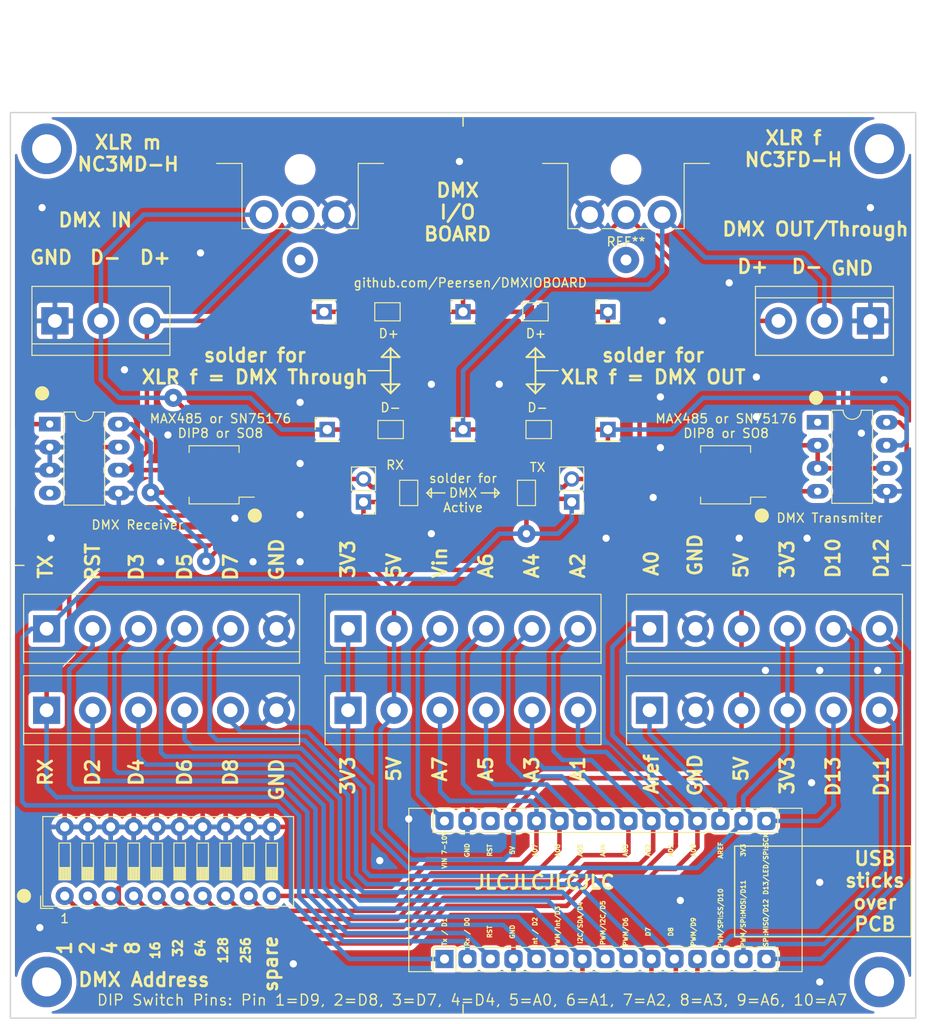
<source format=kicad_pcb>
(kicad_pcb (version 20211014) (generator pcbnew)
  (layers (0 "F.Cu" signal "Top.Cu") (31 "B.Cu" signal "Bot.Cu") (34 "B.Paste" user) (35 "F.Paste" user) (36 "B.SilkS" user "B.Silkscreen") (37 "F.SilkS" user "F.Silkscreen") (38 "B.Mask" user) (39 "F.Mask" user) (44 "Edge.Cuts" user))
  (net 0 "")
  (net 1 "D0Rx")
  (net 3 "GND")
  (net 5 "5V")
  (net 6 "Vin")
  (net 7 "3V3")
  (net 8 "D1Tx")
  (net 12 "Net-(J1-Pad2)")
  (net 13 "Net-(J1-Pad3)")
  (net 14 "DmxIn B{slash}D-{slash}2")
  (net 15 "DmxIn A{slash}D+{slash}3")
  (net 16 "DmxOUT A{slash}D+{slash}3")
  (net 17 "DmxOUT B{slash}D-{slash}2")
  (net 18 "Net-(J14-Pad2)")
  (net 19 "Net-(J18-Pad2)")
  (net 20 "A7")
  (net 21 "A6")
  (net 22 "A3")
  (net 23 "A2")
  (net 24 "A1")
  (net 25 "A0")
  (net 26 "D9")
  (net 27 "D8")
  (net 28 "D7")
  (net 29 "D4")
  (net 30 "D6")
  (net 31 "D5")
  (net 32 "D3")
  (net 33 "D2")
  (net 34 "RST")
  (net 35 "D13")
  (net 36 "D12")
  (net 37 "D11")
  (net 38 "D10")
  (net 39 "A5")
  (net 40 "A4")
  (net 41 "AREF")
  (footprint "MountingHole:MountingHole_3.2mm_M3_DIN965_Pad" (layer "F.Cu") (at 116 116)
    (fp_text reference "H1" hide)
    (fp_text value "MountingHole")
  )
  (footprint "MountingHole:MountingHole_3.2mm_M3_DIN965_Pad" (layer "F.Cu") (at 24 24)
    (fp_text reference "H2" hide)
    (fp_text value "MountingHole")
  )
  (footprint "MountingHole:MountingHole_3.2mm_M3_DIN965_Pad" (layer "F.Cu") (at 116 24)
    (fp_text reference "H3" hide)
    (fp_text value "MountingHole")
  )
  (footprint "MountingHole:MountingHole_3.2mm_M3_DIN965_Pad" (layer "F.Cu") (at 24 116)
    (fp_text reference "H4" hide)
    (fp_text value "MountingHole")
  )
  (footprint "TerminalBlock:TerminalBlock_bornier-3_P5.08mm" (layer "F.Cu") (at 24.92 43)
    (fp_text reference "J2" hide)
    (fp_text value "DMX_IN")
  )
  (footprint "Package_SO:SO-8_5.3x6.2mm_P1.27mm" (layer "F.Cu") (at 42.5 60 180)
    (fp_text reference "U1" hide)
    (fp_text value "MAX485E")
  )
  (footprint "footprints:Jack_XLR_Neutrik_NC3MD-H_Horizontal" (layer "F.Cu") (at 52 31.2775 180)
    (fp_text reference "J4" hide)
    (fp_text value "XLR_M" hide)
  )
  (footprint "Peer:Arduino_Nano_Peer_Big_Pads" (layer "F.Cu") (at 67.95 113.4625 90)
    (fp_text reference "A1" hide)
    (fp_text value "Arduino_Nano_v3.x")
  )
  (footprint "Connector_PinHeader_2.54mm:PinHeader_1x01_P2.54mm_Vertical" (layer "F.Cu") (at 54.65 42 180)
    (fp_text reference "J5" hide)
    (fp_text value "Conn_01x01_Male")
  )
  (footprint "Connector_PinHeader_2.54mm:PinHeader_1x01_P2.54mm_Vertical" (layer "F.Cu") (at 70 42)
    (fp_text reference "J6" hide)
    (fp_text value "Conn_01x01_Male")
  )
  (footprint "Button_Switch_THT:SW_DIP_SPSTx10_Slide_9.78x27.58mm_W7.62mm_P2.54mm" (layer "F.Cu") (at 26 106.5 90)
    (fp_text reference "SW1" hide)
    (fp_text value "SW_DIP_x10")
  )
  (footprint "Connector_PinHeader_2.54mm:PinHeader_1x01_P2.54mm_Vertical" (layer "F.Cu") (at 70 55)
    (fp_text reference "J9" hide)
    (fp_text value "Conn_01x01_Male")
  )
  (footprint "Package_DIP:DIP-8_W7.62mm_LongPads" (layer "F.Cu") (at 24.35 54.4)
    (fp_text reference "U2" hide)
    (fp_text value "MAX485E")
  )
  (footprint "Connector_PinHeader_2.54mm:PinHeader_1x01_P2.54mm_Vertical" (layer "F.Cu") (at 86 55)
    (fp_text reference "J10" hide)
    (fp_text value "Conn_01x01_Male")
  )
  (footprint "Connector_PinHeader_2.54mm:PinHeader_1x01_P2.54mm_Vertical" (layer "F.Cu") (at 86 42)
    (fp_text reference "J7" hide)
    (fp_text value "Conn_01x01_Male")
  )
  (footprint "Connector_PinHeader_2.54mm:PinHeader_1x01_P2.54mm_Vertical" (layer "F.Cu") (at 55 55)
    (fp_text reference "J8" hide)
    (fp_text value "Conn_01x01_Male")
  )
  (footprint "TerminalBlock:TerminalBlock_bornier-6_P5.08mm" (layer "F.Cu") (at 90.6 86)
    (fp_text reference "J17" hide)
    (fp_text value "Conn_01x06_Male")
  )
  (footprint "Jumper:SolderJumper-2_P1.3mm_Open_Pad1.0x1.5mm" (layer "F.Cu") (at 78.35 55)
    (fp_text reference "JP4" hide)
    (fp_text value "Jmp_OUT_D-/2")
  )
  (footprint "Package_SO:SO-8_5.3x6.2mm_P1.27mm" (layer "F.Cu") (at 99 60 180)
    (fp_text reference "U3" hide)
    (fp_text value "MAX485E")
  )
  (footprint "Jumper:SolderJumper-2_P1.3mm_Open_Pad1.0x1.5mm" (layer "F.Cu") (at 78 42)
    (fp_text reference "JP2" hide)
    (fp_text value "Jmp_OUT_D+/3")
  )
  (footprint "Package_DIP:DIP-8_W7.62mm_LongPads" (layer "F.Cu") (at 109.175 54.2)
    (fp_text reference "U4" hide)
    (fp_text value "MAX485E")
  )
  (footprint "footprints:Jack_XLR_Neutrik_NC3FD-H_Horizontal" (layer "F.Cu") (at 88 31.2775 180)
    (fp_text reference "J3" hide)
    (fp_text value "XLR_F")
  )
  (footprint "TerminalBlock:TerminalBlock_bornier-6_P5.08mm" (layer "F.Cu") (at 57.3 86)
    (fp_text reference "J16" hide)
    (fp_text value "Conn_01x06_Male")
  )
  (footprint "Jumper:SolderJumper-2_P1.3mm_Open_Pad1.0x1.5mm" (layer "F.Cu") (at 77 62 90)
    (fp_text reference "JP6" hide)
    (fp_text value "Jumper Tx")
  )
  (footprint "TerminalBlock:TerminalBlock_bornier-6_P5.08mm" (layer "F.Cu") (at 90.6 77)
    (fp_text reference "J13" hide)
    (fp_text value "Conn_01x06_Male")
  )
  (footprint "Jumper:SolderJumper-2_P1.3mm_Open_Pad1.0x1.5mm" (layer "F.Cu") (at 64 62 90)
    (fp_text reference "JP5" hide)
    (fp_text value "Jumper Tx")
  )
  (footprint "TerminalBlock:TerminalBlock_bornier-3_P5.08mm" (layer "F.Cu") (at 115 43 180)
    (fp_text reference "J1" hide)
    (fp_text value "DMX_OUT/THROUGH")
  )
  (footprint "TerminalBlock:TerminalBlock_bornier-6_P5.08mm" (layer "F.Cu") (at 57.3 77)
    (fp_text reference "J12" hide)
    (fp_text value "Conn_01x06_Male")
  )
  (footprint "Connector_PinHeader_2.54mm:PinHeader_1x02_P2.54mm_Vertical" (layer "F.Cu") (at 59 63 180)
    (fp_text reference "J14" hide)
    (fp_text value "Jumper Tx")
  )
  (footprint "Jumper:SolderJumper-2_P1.3mm_Open_Pad1.0x1.5mm" (layer "F.Cu") (at 61.65 42)
    (fp_text reference "JP1" hide)
    (fp_text value "Jmp_Through_D+/3")
  )
  (footprint "TerminalBlock:TerminalBlock_bornier-6_P5.08mm" (layer "F.Cu") (at 24 77)
    (fp_text reference "J11" hide)
    (fp_text value "Conn_01x06_Male")
  )
  (footprint "Jumper:SolderJumper-2_P1.3mm_Open_Pad1.0x1.5mm" (layer "F.Cu") (at 62 55)
    (fp_text reference "JP3" hide)
    (fp_text value "Jmp_Through_D-/2")
  )
  (footprint "Connector_PinHeader_2.54mm:PinHeader_1x02_P2.54mm_Vertical" (layer "F.Cu") (at 82 63 180)
    (fp_text reference "J18" hide)
    (fp_text value "Jumper Tx")
  )
  (footprint "TerminalBlock:TerminalBlock_bornier-6_P5.08mm" (layer "F.Cu") (at 24 86)
    (fp_text reference "J15" hide)
    (fp_text value "Conn_01x06_Male")
  )
  (gr_line (start 21.5 70) (end 20.5 70) (layer "F.SilkS") (width 0.15))
  (gr_line (start 70 20.5) (end 70 21.5) (layer "F.SilkS") (width 0.15))
  (gr_line (start 66.5 61.5) (end 66.5 62.5) (layer "F.SilkS") (width 0.15))
  (gr_line (start 66 62) (end 66.5 61.5) (layer "F.SilkS") (width 0.15))
  (gr_line (start 78 46) (end 77 47) (layer "F.SilkS") (width 0.2))
  (gr_line (start 77 50) (end 78 51) (layer "F.SilkS") (width 0.2))
  (gr_rect (start 100 101) (end 119.5 111) (layer "F.SilkS") (width 0.15) (fill none))
  (gr_line (start 77 47) (end 79 47) (layer "F.SilkS") (width 0.2))
  (gr_circle (center 109 51.5) (end 109.707107 51.5) (layer "F.SilkS") (width 0.15) (fill solid))
  (gr_line (start 62 46) (end 61 47) (layer "F.SilkS") (width 0.2))
  (gr_circle (center 21.5 106.5) (end 22.207107 106.5) (layer "F.SilkS") (width 0.15) (fill solid))
  (gr_line (start 73.5 62.5) (end 74 62) (layer "F.SilkS") (width 0.15))
  (gr_line (start 63 47) (end 62 46) (layer "F.SilkS") (width 0.2))
  (gr_line (start 62 46) (end 62 51) (layer "F.SilkS") (width 0.2))
  (gr_line (start 78 51) (end 79 50) (layer "F.SilkS") (width 0.2))
  (gr_line (start 78 46) (end 78 51) (layer "F.SilkS") (width 0.2))
  (gr_line (start 118.5 70) (end 119.5 70) (layer "F.SilkS") (width 0.15))
  (gr_line (start 66.5 62.5) (end 66 62) (layer "F.SilkS") (width 0.15))
  (gr_line (start 79 47) (end 78 46) (layer "F.SilkS") (width 0.2))
  (gr_line (start 79 50) (end 77 50) (layer "F.SilkS") (width 0.2))
  (gr_circle (center 103 64.5) (end 103.707107 64.5) (layer "F.SilkS") (width 0.15) (fill solid))
  (gr_line (start 63 50) (end 61 50) (layer "F.SilkS") (width 0.2))
  (gr_circle (center 47 64.5) (end 47.707107 64.5) (layer "F.SilkS") (width 0.15) (fill solid))
  (gr_line (start 62 51) (end 63 50) (layer "F.SilkS") (width 0.2))
  (gr_line (start 73.5 61.5) (end 73.5 62.5) (layer "F.SilkS") (width 0.15))
  (gr_line (start 70 119.5) (end 70 118.5) (layer "F.SilkS") (width 0.15))
  (gr_line (start 68 62) (end 66 62) (layer "F.SilkS") (width 0.15))
  (gr_line (start 78 48.5) (end 80.5 48.5) (layer "F.SilkS") (width 0.15))
  (gr_line (start 62 48.5) (end 59.5 48.5) (layer "F.SilkS") (width 0.15))
  (gr_line (start 61 50) (end 62 51) (layer "F.SilkS") (width 0.2))
  (gr_line (start 74 62) (end 73.5 61.5) (layer "F.SilkS") (width 0.15))
  (gr_line (start 72 62) (end 74 62) (layer "F.SilkS") (width 0.15))
  (gr_circle (center 23.5 51) (end 24.207107 51) (layer "F.SilkS") (width 0.15) (fill solid))
  (gr_line (start 61 47) (end 63 47) (layer "F.SilkS") (width 0.2))
  (gr_rect (start 20 20) (end 120 120) (layer "Edge.Cuts") (width 0.15) (fill none))
  (gr_text "2" (at 28.5 112.25 90) (layer "F.SilkS") (effects (font (size 1.5 1.5) (thickness 0.3))))
  (gr_text "4" (at 31 112.25 90) (layer "F.SilkS") (effects (font (size 1.5 1.5) (thickness 0.3))))
  (gr_text "8" (at 33.5 112.25 90) (layer "F.SilkS") (effects (font (size 1.5 1.5) (thickness 0.3))))
  (gr_text "16" (at 36 112.5 90) (layer "F.SilkS") (effects (font (size 1 1) (thickness 0.25))))
  (gr_text "32" (at 38.5 112.25 90) (layer "F.SilkS") (effects (font (size 1 1) (thickness 0.25))))
  (gr_text "64" (at 41 112.25 90) (layer "F.SilkS") (effects (font (size 1 1) (thickness 0.25))))
  (gr_text "128" (at 43.5 112.5 90) (layer "F.SilkS") (effects (font (size 1 1) (thickness 0.25))))
  (gr_text "256" (at 46 112.5 90) (layer "F.SilkS") (effects (font (size 1 1) (thickness 0.25))))
  (gr_text "spare" (at 48.75 114 90) (layer "F.SilkS") (effects (font (size 1.5 1.5) (thickness 0.3))))
  (gr_text "D-" (at 30.5 36) (layer "F.SilkS") (effects (font (size 1.5 1.5) (thickness 0.3))))
  (gr_text "D+" (at 36 36) (layer "F.SilkS") (effects (font (size 1.5 1.5) (thickness 0.3))))
  (gr_text "GND\n" (at 112.992 37.194) (layer "F.SilkS") (effects (font (size 1.5 1.5) (thickness 0.3))))
  (gr_text "D+" (at 102 37) (layer "F.SilkS") (effects (font (size 1.5 1.5) (thickness 0.3))))
  (gr_text "D-" (at 108 37) (layer "F.SilkS") (effects (font (size 1.5 1.5) (thickness 0.3))))
  (gr_text "USB\nsticks\nover\nPCB" (at 115.5 106) (layer "F.SilkS") (effects (font (size 1.5 1.5) (thickness 0.3))))
  (gr_text "GND\n" (at 24.5 36) (layer "F.SilkS") (effects (font (size 1.5 1.5) (thickness 0.3))))
  (gr_text "DMX IN" (at 29.37 31.872) (layer "F.SilkS") (effects (font (size 1.5 1.5) (thickness 0.3))))
  (gr_text "DMX OUT/Through" (at 108.928 32.876) (layer "F.SilkS") (effects (font (size 1.5 1.5) (thickness 0.3))))
  (gr_text "DIP Switch Pins: Pin 1=D9, 2=D8, 3=D7, 4=D4, 5=A0, 6=A1, 7=A2, 8=A3, 9=A6, 10=A7" (at 71 118) (layer "F.SilkS") (effects (font (size 1.2 1.2))))
  (gr_text "GND" (at 49.406 91.186 90) (layer "F.SilkS") (effects (font (size 1.5 1.5) (thickness 0.3)) (justify right)))
  (gr_text "A1" (at 82.68 90.932 90) (layer "F.SilkS") (effects (font (size 1.5 1.5) (thickness 0.3)) (justify right)))
  (gr_text "D12" (at 116.208 71.584 90) (layer "F.SilkS") (effects (font (size 1.5 1.5) (thickness 0.3)) (justify left)))
  (gr_text "JLCJLCJLCJLC" (at 79 105) (layer "F.SilkS") (effects (font (size 1.5 1.5) (thickness 0.3))))
  (gr_text "RST" (at 29.086 71.838 90) (layer "F.SilkS") (effects (font (size 1.5 1.5) (thickness 0.3)) (justify left)))
  (gr_text "Vin" (at 67.44 71.584 90) (layer "F.SilkS") (effects (font (size 1.5 1.5) (thickness 0.3)) (justify left)))
  (gr_text "GND" (at 95.634 71.33 90) (layer "F.SilkS") (effects (font (size 1.5 1.5) (thickness 0.3)) (justify left)))
  (gr_text "RX" (at 23.876 91.186 90) (layer "F.SilkS") (effects (font (size 1.5 1.5) (thickness 0.3)) (justify right)))
  (gr_text "D13" (at 110.874 90.932 90) (layer "F.SilkS") (effects (font (size 1.5 1.5) (thickness 0.3)) (justify right)))
  (gr_text "D10" (at 110.874 71.584 90) (layer "F.SilkS") (effects (font (size 1.5 1.5) (thickness 0.3)) (justify left)))
  (gr_text "D11" (at 116.208 90.932 90) (layer "F.SilkS") (effects (font (size 1.5 1.5) (thickness 0.3)) (justify right)))
  (gr_text "D3" (at 33.912 71.838 90) (layer "F.SilkS") (effects (font (size 1.5 1.5) (thickness 0.3)) (justify left)))
  (gr_text "A7" (at 67.44 90.932 90) (layer "F.SilkS") (effects (font (size 1.5 1.5) (thickness 0.3)) (justify right)))
  (gr_text "DMX\nI/O\nBOARD" (at 69.4 31) (layer "F.SilkS") (effects (font (size 1.5 1.5) (thickness 0.3))))
  (gr_text "DMX Address" (at 34.75 115.75) (layer "F.SilkS") (effects (font (size 1.5 1.5) (thickness 0.3))))
  (gr_text "5V" (at 100.714 90.932 90) (layer "F.SilkS") (effects (font (size 1.5 1.5) (thickness 0.3)) (justify right)))
  (gr_text "5V" (at 62.36 90.932 90) (layer "F.SilkS") (effects (font (size 1.5 1.5) (thickness 0.3)) (justify right)))
  (gr_text "A3" (at 77.6 90.932 90) (layer "F.SilkS") (effects (font (size 1.5 1.5) (thickness 0.3)) (justify right)))
  (gr_text "MAX485 or SN75176\nDIP8 or SO8" (at 99.06 54.61) (layer "F.SilkS") (effects (font (size 1 1))))
  (gr_text "D4" (at 33.912 91.186 90) (layer "F.SilkS") (effects (font (size 1.5 1.5) (thickness 0.3)) (justify right)))
  (gr_text "D7" (at 44.326 71.838 90) (layer "F.SilkS") (effects (font (size 1.5 1.5) (thickness 0.3)) (justify left)))
  (gr_text "solder for\nDMX\nActive" (at 70 62) (layer "F.SilkS") (effects (font (size 1 1))))
  (gr_text "DMX Transmiter" (at 110.49 64.77) (layer "F.SilkS") (effects (font (size 1 1))))
  (gr_text "D-" (at 62 52.578) (layer "F.SilkS") (effects (font (size 1 1))))
  (gr_text "DMX Receiver" (at 34.036 65.532) (layer "F.SilkS") (effects (font (size 1 1))))
  (gr_text "A4" (at 77.6 71.584 90) (layer "F.SilkS") (effects (font (size 1.5 1.5) (thickness 0.3)) (justify left)))
  (gr_text "solder for\nXLR f = DMX Through" (at 47 48) (layer "F.SilkS") (effects (font (size 1.5 1.5) (thickness 0.3))))
  (gr_text "3V3" (at 57.28 90.932 90) (layer "F.SilkS") (effects (font (size 1.5 1.5) (thickness 0.3)) (justify right)))
  (gr_text "XLR m\nNC3MD-H" (at 33 24.5) (layer "F.SilkS") (effects (font (size 1.5 1.5) (thickness 0.3))))
  (gr_text "5V" (at 62.36 71.584 90) (layer "F.SilkS") (effects (font (size 1.5 1.5) (thickness 0.3)) (justify left)))
  (gr_text "GND" (at 49.406 71.838 90) (layer "F.SilkS") (effects (font (size 1.5 1.5) (thickness 0.3)) (justify left)))
  (gr_text "A2" (at 82.68 71.584 90) (layer "F.SilkS") (effects (font (size 1.5 1.5) (thickness 0.3)) (justify left)))
  (gr_text "A0" (at 90.808 71.33 90) (layer "F.SilkS") (effects (font (size 1.5 1.5) (thickness 0.3)) (justify left)))
  (gr_text "D2" (at 29.086 91.186 90) (layer "F.SilkS") (effects (font (size 1.5 1.5) (thickness 0.3)) (justify right)))
  (gr_text "D+" (at 61.8 44.4) (layer "F.SilkS") (effects (font (size 1 1))))
  (gr_text "3V3" (at 57.28 71.584 90) (layer "F.SilkS") (effects (font (size 1.5 1.5) (thickness 0.3)) (justify left)))
  (gr_text "3V3" (at 105.794 71.584 90) (layer "F.SilkS") (effects (font (size 1.5 1.5) (thickness 0.3)) (justify left)))
  (gr_text "3V3" (at 105.794 90.932 90) (layer "F.SilkS") (effects (font (size 1.5 1.5) (thickness 0.3)) (justify right)))
  (gr_text "D5" (at 39.246 71.838 90) (layer "F.SilkS") (effects (font (size 1.5 1.5) (thickness 0.3)) (justify left)))
  (gr_text "TX" (at 23.876 71.628 90) (layer "F.SilkS") (effects (font (size 1.5 1.5) (thickness 0.3)) (justify left)))
  (gr_text "A5" (at 72.52 90.932 90) (layer "F.SilkS") (effects (font (size 1.5 1.5) (thickness 0.3)) (justify right)))
  (gr_text "5V" (at 100.714 71.584 90) (layer "F.SilkS") (effects (font (size 1.5 1.5) (thickness 0.3)) (justify left)))
  (gr_text "github.com/Peersen/DMXIOBOARD" (at 70.8 38.8) (layer "F.SilkS") (effects (font (size 1 1))))
  (gr_text "solder for\nXLR f = DMX OUT" (at 91 48) (layer "F.SilkS") (effects (font (size 1.5 1.5) (thickness 0.3))))
  (gr_text "TX" (at 78.232 59.182) (layer "F.SilkS") (effects (font (size 1 1))))
  (gr_text "D-" (at 78.232 52.578) (layer "F.SilkS") (effects (font (size 1 1))))
  (gr_text "1" (at 26 109) (layer "F.SilkS") (effects (font (size 1 1))))
  (gr_text "MAX485 or SN75176\nDIP8 or SO8" (at 43.2 54.6) (layer "F.SilkS") (effects (font (size 1 1))))
  (gr_text "D8" (at 44.326 91.186 90) (layer "F.SilkS") (effects (font (size 1.5 1.5) (thickness 0.3)) (justify right)))
  (gr_text "RX" (at 62.484 58.928) (layer "F.SilkS") (effects (font (size 1 1))))
  (gr_text "D+" (at 78.056 44.4) (layer "F.SilkS") (effects (font (size 1 1))))
  (gr_text "GND" (at 95.634 90.678 90) (layer "F.SilkS") (effects (font (size 1.5 1.5) (thickness 0.3)) (justify right)))
  (gr_text "Aref" (at 90.808 90.678 90) (layer "F.SilkS") (effects (font (size 1.5 1.5) (thickness 0.3)) (justify right)))
  (gr_text "A6" (at 72.52 71.584 90) (layer "F.SilkS") (effects (font (size 1.5 1.5) (thickness 0.3)) (justify left)))
  (gr_text "D6" (at 39.246 91.186 90) (layer "F.SilkS") (effects (font (size 1.5 1.5) (thickness 0.3)) (justify right)))
  (gr_text "XLR f\nNC3FD-H" (at 106.5 24) (layer "F.SilkS") (effects (font (size 1.5 1.5) (thickness 0.3))))
  (gr_text "1" (at 26 112.25 90) (layer "F.SilkS") (effects (font (size 1.5 1.5) (thickness 0.3))))
  (segment (start 32.7 66.8) (end 58.65686 66.8) (width 0.5) (layer "F.Cu") (net 1))
  (segment (start 59 66.45686) (end 59 63) (width 0.5) (layer "F.Cu") (net 1))
  (segment (start 24 86) (end 24 82) (width 0.5) (layer "F.Cu") (net 1))
  (segment (start 59 63) (end 63.65 63) (width 0.5) (layer "F.Cu") (net 1))
  (segment (start 63.65 63) (end 64 62.65) (width 0.5) (layer "F.Cu") (net 1))
  (segment (start 24 82) (end 26.5 79.5) (width 0.5) (layer "F.Cu") (net 1))
  (segment (start 26.5 79.5) (end 26.5 73) (width 0.5) (layer "F.Cu") (net 1))
  (segment (start 58.65686 66.8) (end 59 66.45686) (width 0.5) (layer "F.Cu") (net 1))
  (segment (start 26.5 73) (end 32.7 66.8) (width 0.5) (layer "F.Cu") (net 1))
  (segment (start 70.49 112.01) (end 70 111.52) (width 0.5) (layer "B.Cu") (net 1))
  (segment (start 56.772114 111.5) (end 51.89952 106.627406) (width 0.5) (layer "B.Cu") (net 1))
  (segment (start 49.872593 95.60048) (end 25.09902 95.60048) (width 0.5) (layer "B.Cu") (net 1))
  (segment (start 70 111.5) (end 56.772114 111.5) (width 0.5) (layer "B.Cu") (net 1))
  (segment (start 51.89952 106.627406) (end 51.89952 97.627406) (width 0.5) (layer "B.Cu") (net 1))
  (segment (start 70 111.52) (end 70 111.5) (width 0.5) (layer "B.Cu") (net 1))
  (segment (start 24 94.50146) (end 24 86) (width 0.5) (layer "B.Cu") (net 1))
  (segment (start 25.09902 95.60048) (end 24 94.50146) (width 0.5) (layer "B.Cu") (net 1))
  (segment (start 51.89952 97.627406) (end 49.872593 95.60048) (width 0.5) (layer "B.Cu") (net 1))
  (segment (start 70.49 113.4625) (end 70.49 112.01) (width 0.5) (layer "B.Cu") (net 1))
  (via (at 52 64.4) (size 2) (drill 0.8) (layers "F.Cu" "B.Cu") (net 3))
  (via (at 115 30.5) (size 2) (drill 0.8) (layers "F.Cu" "B.Cu") (net 3))
  (via (at 51.25 114) (size 2) (drill 0.8) (layers "F.Cu" "B.Cu") (net 3))
  (via (at 91.8 57) (size 2) (drill 0.8) (layers "F.Cu" "B.Cu") (net 3))
  (via (at 66.5 66.5) (size 2) (drill 0.8) (layers "F.Cu" "B.Cu") (net 3))
  (via (at 92 43) (size 2) (drill 0.8) (layers "F.Cu" "B.Cu") (net 3))
  (via (at 44.8 64.8) (size 2) (drill 0.8) (layers "F.Cu" "B.Cu") (net 3))
  (via (at 91.8 51.4) (size 2) (drill 0.8) (layers "F.Cu" "B.Cu") (net 3))
  (via (at 60.8 102.6) (size 2) (drill 0.8) (layers "F.Cu" "B.Cu") (net 3))
  (via (at 115.8 81.6) (size 2) (drill 0.8) (layers "F.Cu" "B.Cu") (net 3))
  (via (at 66.5 50) (size 2) (drill 0.8) (layers "F.Cu" "B.Cu") (net 3))
  (via (at 23.5 30.5) (size 2) (drill 0.8) (layers "F.Cu" "B.Cu") (net 3))
  (via (at 24.5 67) (size 2) (drill 0.8) (layers "F.Cu" "B.Cu") (net 3))
  (via (at 41 35.5) (size 2) (drill 0.8) (layers "F.Cu" "B.Cu") (net 3))
  (via (at 37.4 55.6) (size 2) (drill 0.8) (layers "F.Cu" "B.Cu") (net 3))
  (via (at 108 67) (size 2) (drill 0.8) (layers "F.Cu" "B.Cu") (net 3))
  (via (at 116.5 49.5) (size 2) (drill 0.8) (layers "F.Cu" "B.Cu") (net 3))
  (via (at 32.6 48.4) (size 2) (drill 0.8) (layers "F.Cu" "B.Cu") (net 3))
  (via (at 52 52) (size 2) (drill 0.8) (layers "F.Cu" "B.Cu") (net 3))
  (via (at 85.8 67) (size 2) (drill 0.8) (layers "F.Cu" "B.Cu") (net 3))
  (via (at 94 107) (size 2) (drill 0.8) (layers "F.Cu" "B.Cu") (net 3))
  (via (at 103.4 81.6) (size 2) (drill 0.8) (layers "F.Cu" "B.Cu") (net 3))
  (via (at 102.4 49.2) (size 2) (drill 0.8) (layers "F.Cu" "B.Cu") (net 3))
  (via (at 69.6 25.4) (size 2) (drill 0.8) (layers "F.Cu" "B.Cu") (net 3))
  (via (at 109.4 116) (size 2) (drill 0.8) (layers "F.Cu" "B.Cu") (net 3))
  (via (at 52 58.75) (size 2) (drill 0.8) (layers "F.Cu" "B.Cu") (net 3))
  (via (at 23.25 110) (size 2) (drill 0.8) (layers "F.Cu" "B.Cu") (net 3))
  (via (at 114 55.4) (size 2) (drill 0.8) (layers "F.Cu" "B.Cu") (net 3))
  (via (at 91 62.5) (size 2) (drill 0.8) (layers "F.Cu" "B.Cu") (net 3))
  (via (at 100.5 67) (size 2) (drill 0.8) (layers "F.Cu" "B.Cu") (net 3))
  (via (at 109.4 105) (size 2) (drill 0.8) (layers "F.Cu" "B.Cu") (net 3))
  (via (at 108.5 94) (size 2) (drill 0.8) (layers "F.Cu" "B.Cu") (net 3))
  (via (at 102.4 53.6) (size 2) (drill 0.8) (layers "F.Cu" "B.Cu") (net 3))
  (via (at 36.6 69.6) (size 2) (drill 0.8) (layers "F.Cu" "B.Cu") (net 3))
  (via (at 46.8 69.6) (size 2) (drill 0.8) (layers "F.Cu" "B.Cu") (net 3))
  (via (at 74 50) (size 2) (drill 0.8) (layers "F.Cu" "B.Cu") (net 3))
  (via (at 52 69.6) (size 2) (drill 0.8) (layers "F.Cu" "B.Cu") (net 3))
  (via (at 109.4 81.6) (size 2) (drill 0.8) (layers "F.Cu" "B.Cu") (net 3))
  (via (at 99.4 38.8) (size 2) (drill 0.8) (layers "F.Cu" "B.Cu") (net 3))
  (via (at 64 98) (size 2) (drill 0.8) (layers "F.Cu" "B.Cu") (net 3))
  (segment (start 26 98.88) (end 48.86 98.88) (width 0.5) (layer "B.Cu") (net 3))
  (segment (start 98.095 61.905) (end 98.5 61.5) (width 0.5) (layer "F.Cu") (net 5))
  (segment (start 79 93.5) (end 98.5 93.5) (width 0.5) (layer "F.Cu") (net 5))
  (segment (start 62.38 72.62) (end 62.38 77) (width 0.5) (layer "F.Cu") (net 5))
  (segment (start 118.2 54.2) (end 116.795 54.2) (width 0.5) (layer "F.Cu") (net 5))
  (segment (start 43.412943 67.760572) (end 57.520572 67.760572) (width 0.5) (layer "F.Cu") (net 5))
  (segment (start 100.76 91.24) (end 100.76 86) (width 0.5) (layer "F.Cu") (net 5))
  (segment (start 102.5 59.365) (end 102.5 60.635) (width 0.5) (layer "F.Cu") (net 5))
  (segment (start 38.95402 61.95098) (end 39 61.905) (width 0.5) (layer "F.Cu") (net 5))
  (segment (start 113 67.5) (end 110 70.5) (width 0.5) (layer "F.Cu") (net 5))
  (segment (start 64.5 70.5) (end 62.38 72.62) (width 0.5) (layer "F.Cu") (net 5))
  (segment (start 119 66) (end 119 55) (width 0.5) (layer "F.Cu") (net 5))
  (segment (start 98.5 61.5) (end 98.5 57.5) (width 0.5) (layer "F.Cu") (net 5))
  (segment (start 102.5 60.635) (end 104.135 60.635) (width 0.5) (layer "F.Cu") (net 5))
  (segment (start 119 55) (end 118.2 54.2) (width 0.5) (layer "F.Cu") (net 5))
  (segment (start 57.520572 67.760572) (end 62.38 72.62) (width 0.5) (layer "F.Cu") (net 5))
  (segment (start 113 67.5) (end 117.5 67.5) (width 0.5) (layer "F.Cu") (net 5))
  (segment (start 75.57 96.93) (end 79 93.5) (width 0.5) (layer "F.Cu") (net 5))
  (segment (start 95.5 61.905) (end 98.095 61.905) (width 0.5) (layer "F.Cu") (net 5))
  (segment (start 117.5 67.5) (end 119 66) (width 0.5) (layer "F.Cu") (net 5))
  (segment (start 111.78 59.28) (end 113 60.5) (width 0.5) (layer "F.Cu") (net 5))
  (segment (start 98.5 93.5) (end 100.76 91.24) (width 0.5) (layer "F.Cu") (net 5))
  (segment (start 104.5 61) (end 104.5 70.5) (width 0.5) (layer "F.Cu") (net 5))
  (segment (start 100.76 71.24) (end 100.76 77) (width 0.5) (layer "F.Cu") (net 5))
  (segment (start 100.02 70.5) (end 64.5 70.5) (width 0.5) (layer "F.Cu") (net 5))
  (segment (start 113 60.5) (end 113 67.5) (width 0.5) (layer "F.Cu") (net 5))
  (segment (start 41.616044 69.557471) (end 43.412943 67.760572) (width 0.5) (layer "F.Cu") (net 5))
  (segment (start 110 70.5) (end 104.5 70.5) (width 0.5) (layer "F.Cu") (net 5))
  (segment (start 100.76 71.24) (end 100.02 70.5) (width 0.5) (layer "F.Cu") (net 5))
  (segment (start 101.5 70.5) (end 100.76 71.24) (width 0.5) (layer "F.Cu") (net 5))
  (segment (start 109.175 59.28) (end 111.78 59.28) (width 0.5) (layer "F.Cu") (net 5))
  (segment (start 75.57 98.2225) (end 75.57 96.93) (width 0.5) (layer "F.Cu") (net 5))
  (segment (start 98.5 57.5) (end 99.26 56.74) (width 0.5) (layer "F.Cu") (net 5))
  (segment (start 104.135 60.635) (end 104.5 61) (width 0.5) (layer "F.Cu") (net 5))
  (segment (start 35.5 61.95098) (end 38.95402 61.95098) (width 0.5) (layer "F.Cu") (net 5))
  (segment (start 104.5 70.5) (end 101.5 70.5) (width 0.5) (layer "F.Cu") (net 5))
  (segment (start 100.76 86) (end 100.76 77) (width 0.5) (layer "F.Cu") (net 5))
  (segment (start 109.175 56.74) (end 109.175 59.28) (width 0.5) (layer "F.Cu") (net 5))
  (segment (start 99.26 56.74) (end 109.175 56.74) (width 0.5) (layer "F.Cu") (net 5))
  (via (at 41.616044 69.557471) (size 2) (drill 0.8) (layers "F.Cu" "B.Cu") (net 5))
  (via (at 35.5 61.95098) (size 2) (drill 0.8) (layers "F.Cu" "B.Cu") (net 5))
  (segment (start 62.38 86) (end 62.38 77) (width 0.5) (layer "B.Cu") (net 5))
  (segment (start 33.4 54.4) (end 31.97 54.4) (width 0.5) (layer "B.Cu") (net 5))
  (segment (start 60.894719 99.122605) (end 60.894719 88.105281) (width 0.5) (layer "B.Cu") (net 5))
  (segment (start 41.616044 69.557471) (end 41.616044 68.067024) (width 0.5) (layer "B.Cu") (net 5))
  (segment (start 64.276914 102.5048) (end 60.894719 99.122605) (width 0.5) (layer "B.Cu") (net 5))
  (segment (start 35.5 61.95098) (end 35.5 56.5) (width 0.5) (layer "B.Cu") (net 5))
  (segment (start 62.38 86.62) (end 62.38 86) (width 0.5) (layer "B.Cu") (net 5))
  (segment (start 75.57 101.43) (end 74.4952 102.5048) (width 0.5) (layer "B.Cu") (net 5))
  (segment (start 60.894719 88.105281) (end 62.38 86.62) (width 0.5) (layer "B.Cu") (net 5))
  (segment (start 74.4952 102.5048) (end 64.276914 102.5048) (width 0.5) (layer "B.Cu") (net 5))
  (segment (start 41.616044 68.067024) (end 35.5 61.95098) (width 0.5) (layer "B.Cu") (net 5))
  (segment (start 35.5 56.5) (end 33.4 54.4) (width 0.5) (layer "B.Cu") (net 5))
  (segment (start 75.57 98.2225) (end 75.57 101.43) (width 0.5) (layer "B.Cu") (net 5))
  (segment (start 65 95.2725) (end 65 79.46) (width 0.5) (layer "B.Cu") (net 6))
  (segment (start 65 79.46) (end 67.46 77) (width 0.5) (layer "B.Cu") (net 6))
  (segment (start 67.95 98.2225) (end 65 95.2725) (width 0.5) (layer "B.Cu") (net 6))
  (segment (start 59.995198 94.274062) (end 57.3 91.578865) (width 0.5) (layer "B.Cu") (net 7))
  (segment (start 100.97 98.308166) (end 95.873846 103.40432) (width 0.5) (layer "B.Cu") (net 7))
  (segment (start 59.995199 99.495199) (end 59.995198 94.274062) (width 0.5) (layer "B.Cu") (net 7))
  (segment (start 95.873846 103.40432) (end 63.90432 103.40432) (width 0.5) (layer "B.Cu") (net 7))
  (segment (start 105.84 86) (end 105.84 77) (width 0.5) (layer "B.Cu") (net 7))
  (segment (start 100.97 98.2225) (end 100.97 95.53) (width 0.5) (layer "B.Cu") (net 7))
  (segment (start 57.3 86) (end 57.3 77) (width 0.5) (layer "B.Cu") (net 7))
  (segment (start 63.90432 103.40432) (end 59.995199 99.495199) (width 0.5) (layer "B.Cu") (net 7))
  (segment (start 105.84 90.66) (end 105.84 86) (width 0.5) (layer "B.Cu") (net 7))
  (segment (start 57.3 91.578865) (end 57.3 86) (width 0.5) (layer "B.Cu") (net 7))
  (segment (start 100.97 98.2225) (end 100.97 98.308166) (width 0.5) (layer "B.Cu") (net 7))
  (segment (start 100.97 95.53) (end 105.84 90.66) (width 0.5) (layer "B.Cu") (net 7))
  (segment (start 77 66.5) (end 77 62.65) (width 0.5) (layer "F.Cu") (net 8))
  (segment (start 81.65 62.65) (end 82 63) (width 0.5) (layer "F.Cu") (net 8))
  (segment (start 77 62.65) (end 81.65 62.65) (width 0.5) (layer "F.Cu") (net 8))
  (via (at 77 66.5) (size 2) (drill 0.8) (layers "F.Cu" "B.Cu") (net 8))
  (segment (start 80.5 66.5) (end 82 65) (width 0.5) (layer "B.Cu") (net 8))
  (segment (start 22.29904 77) (end 24 77) (width 0.5) (layer "B.Cu") (net 8))
  (segment (start 24 77) (end 29.501021 71.498979) (width 0.5) (layer "B.Cu") (net 8))
  (segment (start 74 66.5) (end 77 66.5) (width 0.5) (layer "B.Cu") (net 8))
  (segment (start 69.001021 71.498979) (end 74 66.5) (width 0.5) (layer "B.Cu") (net 8))
  (segment (start 51 98) (end 49.5 96.5) (width 0.5) (layer "B.Cu") (net 8))
  (segment (start 51 107) (end 51 98) (width 0.5) (layer "B.Cu") (net 8))
  (segment (start 77 66.5) (end 80.5 66.5) (width 0.5) (layer "B.Cu") (net 8))
  (segment (start 82 65) (end 82 63) (width 0.5) (layer "B.Cu") (net 8))
  (segment (start 29.501021 71.498979) (end 69.001021 71.498979) (width 0.5) (layer "B.Cu") (net 8))
  (segment (start 67.95 113.4625) (end 57.4625 113.4625) (width 0.5) (layer "B.Cu") (net 8))
  (segment (start 49.5 96.5) (end 21.714708 96.5) (width 0.5) (layer "B.Cu") (net 8))
  (segment (start 57.4625 113.4625) (end 51 107) (width 0.5) (layer "B.Cu") (net 8))
  (segment (start 21.290899 96.076191) (end 21.290899 78.008141) (width 0.5) (layer "B.Cu") (net 8))
  (segment (start 21.290899 78.008141) (end 22.29904 77) (width 0.5) (layer "B.Cu") (net 8))
  (segment (start 21.714708 96.5) (end 21.290899 96.076191) (width 0.5) (layer "B.Cu") (net 8))
  (segment (start 62.65 55) (end 70 55) (width 0.5) (layer "F.Cu") (net 12))
  (segment (start 70 55) (end 77.7 55) (width 0.5) (layer "F.Cu") (net 12))
  (segment (start 96.7225 36) (end 107.5 36) (width 0.5) (layer "B.Cu") (net 12))
  (segment (start 92 37.5) (end 92 31.2775) (width 0.5) (layer "B.Cu") (net 12))
  (segment (start 90.5 39) (end 92 37.5) (width 0.5) (layer "B.Cu") (net 12))
  (segment (start 79.5 39) (end 90.5 39) (width 0.5) (layer "B.Cu") (net 12))
  (segment (start 70 55) (end 70 48.5) (width 0.5) (layer "B.Cu") (net 12))
  (segment (start 109.92 38.42) (end 109.92 43) (width 0.5) (layer "B.Cu") (net 12))
  (segment (start 92 31.2775) (end 96.7225 36) (width 0.5) (layer "B.Cu") (net 12))
  (segment (start 70 48.5) (end 79.5 39) (width 0.5) (layer "B.Cu") (net 12))
  (segment (start 107.5 36) (end 109.92 38.42) (width 0.5) (layer "B.Cu") (net 12))
  (segment (start 70 42) (end 70 40.5) (width 0.5) (layer "F.Cu") (net 13))
  (segment (start 70 40.5) (end 73.5 37) (width 0.5) (layer "F.Cu") (net 13))
  (segment (start 62.3 42) (end 70 42) (width 0.5) (layer "F.Cu") (net 13))
  (segment (start 88 31.2775) (end 99.7225 43) (width 0.5) (layer "F.Cu") (net 13))
  (segment (start 82.2775 37) (end 88 31.2775) (width 0.5) (layer "F.Cu") (net 13))
  (segment (start 99.7225 43) (end 104.84 43) (width 0.5) (layer "F.Cu") (net 13))
  (segment (start 73.5 37) (end 82.2775 37) (width 0.5) (layer "F.Cu") (net 13))
  (segment (start 70 42) (end 77.35 42) (width 0.5) (layer "F.Cu") (net 13))
  (segment (start 42.113943 61.113943) (end 41.5 60.5) (width 0.5) (layer "F.Cu") (net 14))
  (segment (start 42.113943 55.613943) (end 38 51.5) (width 0.5) (layer "F.Cu") (net 14))
  (segment (start 39.135 60.5) (end 39 60.635) (width 0.5) (layer "F.Cu") (net 14))
  (segment (start 28.5 63) (end 29.10048 63.60048) (width 0.5) (layer "F.Cu") (net 14))
  (segment (start 40.627406 63.60048) (end 42.113943 62.113943) (width 0.5) (layer "F.Cu") (net 14))
  (segment (start 41.5 60.5) (end 39.135 60.5) (width 0.5) (layer "F.Cu") (net 14))
  (segment (start 28.5 58) (end 28.5 63) (width 0.5) (layer "F.Cu") (net 14))
  (segment (start 55 55) (end 61.35 55) (width 0.5) (layer "F.Cu") (net 14))
  (segment (start 42.113943 62.113943) (end 42.113943 61.113943) (width 0.5) (layer "F.Cu") (net 14))
  (segment (start 42.113943 61.113943) (end 42.113943 55.613943) (width 0.5) (layer "F.Cu") (net 14))
  (segment (start 29.10048 63.60048) (end 40.627406 63.60048) (width 0.5) (layer "F.Cu") (net 14))
  (segment (start 31.97 56.94) (end 29.56 56.94) (width 0.5) (layer "F.Cu") (net 14))
  (segment (start 29.56 56.94) (end 28.5 58) (width 0.5) (layer "F.Cu") (net 14))
  (via (at 38 51.5) (size 2) (drill 0.8) (layers "F.Cu" "B.Cu") (net 14))
  (segment (start 30 49.5) (end 30 43) (width 0.5) (layer "B.Cu") (net 14))
  (segment (start 34.7225 31.2775) (end 30 36) (width 0.5) (layer "B.Cu") (net 14))
  (segment (start 46.5 51.5) (end 50 55) (width 0.5) (layer "B.Cu") (net 14))
  (segment (start 30 36) (end 30 43) (width 0.5) (layer "B.Cu") (net 14))
  (segment (start 32 51.5) (end 38 51.5) (width 0.5) (layer "B.Cu") (net 14))
  (segment (start 38 51.5) (end 46.5 51.5) (width 0.5) (layer "B.Cu") (net 14))
  (segment (start 50 55) (end 55 55) (width 0.5) (layer "B.Cu") (net 14))
  (segment (start 48 31.2775) (end 34.7225 31.2775) (width 0.5) (layer "B.Cu") (net 14))
  (segment (start 32 51.5) (end 30 49.5) (width 0.5) (layer "B.Cu") (net 14))
  (segment (start 35.08 43) (end 48.5 43) (width 0.5) (layer "F.Cu") (net 15))
  (segment (start 54.65 42) (end 61 42) (width 0.5) (layer "F.Cu") (net 15))
  (segment (start 33.02 59.48) (end 35.08 57.42) (width 0.5) (layer "F.Cu") (net 15))
  (segment (start 35.08 57.42) (end 35.08 43) (width 0.5) (layer "F.Cu") (net 15))
  (segment (start 48.5 43) (end 49.5 42) (width 0.5) (layer "F.Cu") (net 15))
  (segment (start 38.885 59.48) (end 39 59.365) (width 0.5) (layer "F.Cu") (net 15))
  (segment (start 31.97 59.48) (end 38.885 59.48) (width 0.5) (layer "F.Cu") (net 15))
  (segment (start 49.5 42) (end 54.65 42) (width 0.5) (layer "F.Cu") (net 15))
  (segment (start 31.97 59.48) (end 33.02 59.48) (width 0.5) (layer "F.Cu") (net 15))
  (segment (start 40.2775 43) (end 35.08 43) (width 0.5) (layer "B.Cu") (net 15))
  (segment (start 52 31.2775) (end 40.2775 43) (width 0.5) (layer "B.Cu") (net 15))
  (segment (start 78.65 42) (end 86 42) (width 0.5) (layer "F.Cu") (net 16))
  (segment (start 89.5 58) (end 89.5 48.5) (width 0.5) (layer "F.Cu") (net 16))
  (segment (start 112 56.5) (end 112 50.5) (width 0.5) (layer "F.Cu") (net 16))
  (segment (start 86 45) (end 86 42) (width 0.5) (layer "F.Cu") (net 16))
  (segment (start 112 50.5) (end 108.104446 46.604446) (width 0.5) (layer "F.Cu") (net 16))
  (segment (start 114.78 59.28) (end 112 56.5) (width 0.5) (layer "F.Cu") (net 16))
  (segment (start 108.104446 46.604446) (end 91.395554 46.604446) (width 0.5) (layer "F.Cu") (net 16))
  (segment (start 91.395554 46.604446) (end 89.5 48.5) (width 0.5) (layer "F.Cu") (net 16))
  (segment (start 89.5 48.5) (end 86 45) (width 0.5) (layer "F.Cu") (net 16))
  (segment (start 90.865 59.365) (end 89.5 58) (width 0.5) (layer "F.Cu") (net 16))
  (segment (start 95.5 59.365) (end 90.865 59.365) (width 0.5) (layer "F.Cu") (net 16))
  (segment (start 116.795 59.28) (end 114.78 59.28) (width 0.5) (layer "F.Cu") (net 16))
  (segment (start 87.135 60.635) (end 86 59.5) (width 0.5) (layer "F.Cu") (net 17))
  (segment (start 86 59.5) (end 86 55) (width 0.5) (layer "F.Cu") (net 17))
  (segment (start 79 55) (end 86 55) (width 0.5) (layer "F.Cu") (net 17))
  (segment (start 95.5 60.635) (end 87.135 60.635) (width 0.5) (layer "F.Cu") (net 17))
  (segment (start 119 52.6) (end 117.9 51.5) (width 0.5) (layer "B.Cu") (net 17))
  (segment (start 119 56.2) (end 119 52.6) (width 0.5) (layer "B.Cu") (net 17))
  (segment (start 118.46 56.74) (end 119 56.2) (width 0.5) (layer "B.Cu") (net 17))
  (segment (start 96.5 51.5) (end 93 55) (width 0.5) (layer "B.Cu") (net 17))
  (segment (start 116.795 56.74) (end 118.46 56.74) (width 0.5) (layer "B.Cu") (net 17))
  (segment (start 117.9 51.5) (end 96.5 51.5) (width 0.5) (layer "B.Cu") (net 17))
  (segment (start 93 55) (end 86 55) (width 0.5) (layer "B.Cu") (net 17))
  (segment (start 55 62) (end 46.095 62) (width 0.5) (layer "F.Cu") (net 18))
  (segment (start 22.5 64.5) (end 21.5 63.5) (width 0.5) (layer "F.Cu") (net 18))
  (segment (start 22.1 54.4) (end 24.35 54.4) (width 0.5) (layer "F.Cu") (net 18))
  (segment (start 46 61.905) (end 43.595 61.905) (width 0.5) (layer "F.Cu") (net 18))
  (segment (start 59 60.46) (end 56.54 60.46) (width 0.5) (layer "F.Cu") (net 18))
  (segment (start 43.595 61.905) (end 41 64.5) (width 0.5) (layer "F.Cu") (net 18))
  (segment (start 56.54 60.46) (end 55 62) (width 0.5) (layer "F.Cu") (net 18))
  (segment (start 46.095 62) (end 46 61.905) (width 0.5) (layer "F.Cu") (net 18))
  (segment (start 21.5 55) (end 22.1 54.4) (width 0.5) (layer "F.Cu") (net 18))
  (segment (start 59.89 61.35) (end 59 60.46) (width 0.5) (layer "F.Cu") (net 18))
  (segment (start 21.5 63.5) (end 21.5 55) (width 0.5) (layer "F.Cu") (net 18))
  (segment (start 41 64.5) (end 22.5 64.5) (width 0.5) (layer "F.Cu") (net 18))
  (segment (start 64 61.35) (end 59.89 61.35) (width 0.5) (layer "F.Cu") (net 18))
  (segment (start 106.202669 61.82) (end 109.175 61.82) (width 0.5) (layer "F.Cu") (net 19))
  (segment (start 102.5 58.095) (end 100.320978 58.095) (width 0.5) (layer "F.Cu") (net 19))
  (segment (start 103 58) (end 105 58) (width 0.5) (layer "F.Cu") (net 19))
  (segment (start 105 58) (end 105.5 58.5) (width 0.5) (layer "F.Cu") (net 19))
  (segment (start 89 64.5) (end 84.96 60.46) (width 0.5) (layer "F.Cu") (net 19))
  (segment (start 105.5 58.5) (end 105.5 61.117331) (width 0.5) (layer "F.Cu") (net 19))
  (segment (start 102.905 58.095) (end 103 58) (width 0.5) (layer "F.Cu") (net 19))
  (segment (start 105.5 61.117331) (end 106.202669 61.82) (width 0.5) (layer "F.Cu") (net 19))
  (segment (start 97.662762 64.5) (end 89 64.5) (width 0.5) (layer "F.Cu") (net 19))
  (segment (start 100.320978 58.095) (end 99.626875 58.789103) (width 0.5) (layer "F.Cu") (net 19))
  (segment (start 81.11 61.35) (end 82 60.46) (width 0.5) (layer "F.Cu") (net 19))
  (segment (start 99.626875 58.789103) (end 99.626875 62.535887) (width 0.5) (layer "F.Cu") (net 19))
  (segment (start 84.96 60.46) (end 82 60.46) (width 0.5) (layer "F.Cu") (net 19))
  (segment (start 77 61.35) (end 81.11 61.35) (width 0.5) (layer "F.Cu") (net 19))
  (segment (start 99.626875 62.535887) (end 97.662762 64.5) (width 0.5) (layer "F.Cu") (net 19))
  (segment (start 102.5 58.095) (end 102.905 58.095) (width 0.5) (layer "F.Cu") (net 19))
  (segment (start 76.5 103) (end 78.11 101.39) (width 0.5) (layer "F.Cu") (net 20))
  (segment (start 66 103) (end 76.5 103) (width 0.5) (layer "F.Cu") (net 20))
  (segment (start 48.86 106.5) (end 62.5 106.5) (width 0.5) (layer "F.Cu") (net 20))
  (segment (start 78.11 101.39) (end 78.11 98.2225) (width 0.5) (layer "F.Cu") (net 20))
  (segment (start 62.5 106.5) (end 66 103) (width 0.5) (layer "F.Cu") (net 20))
  (segment (start 67.46 94.96) (end 67.46 86) (width 0.5) (layer "B.Cu") (net 20))
  (segment (start 78.11 96.61) (end 77.5 96) (width 0.5) (layer "B.Cu") (net 20))
  (segment (start 68.5 96) (end 67.46 94.96) (width 0.5) (layer "B.Cu") (net 20))
  (segment (start 77.5 96) (end 68.5 96) (width 0.5) (layer "B.Cu") (net 20))
  (segment (start 78.11 98.2225) (end 78.11 96.61) (width 0.5) (layer "B.Cu") (net 20))
  (segment (start 80.65 101.35) (end 80.65 98.2225) (width 0.5) (layer "F.Cu") (net 21))
  (segment (start 78 104) (end 80.65 101.35) (width 0.5) (layer "F.Cu") (net 21))
  (segment (start 66.5 104) (end 78 104) (width 0.5) (layer "F.Cu") (net 21))
  (segment (start 46.32 106.5) (end 47.969511 108.149511) (width 0.5) (layer "F.Cu") (net 21))
  (segment (start 62.350489 108.149511) (end 66.5 104) (width 0.5) (layer "F.Cu") (net 21))
  (segment (start 47.969511 108.149511) (end 62.350489 108.149511) (width 0.5) (layer "F.Cu") (net 21))
  (segment (start 71 95.10048) (end 70 94.10048) (width 0.5) (layer "B.Cu") (net 21))
  (segment (start 80.65 98.2225) (end 80.65 97.877887) (width 0.5) (layer "B.Cu") (net 21))
  (segment (start 77.872593 95.10048) (end 71 95.10048) (width 0.5) (layer "B.Cu") (net 21))
  (segment (start 70 79.54) (end 72.54 77) (width 0.5) (layer "B.Cu") (net 21))
  (segment (start 80.65 97.877887) (end 77.872593 95.10048) (width 0.5) (layer "B.Cu") (net 21))
  (segment (start 70 94.10048) (end 70 79.54) (width 0.5) (layer "B.Cu") (net 21))
  (segment (start 88.27 101.73) (end 88.27 98.2225) (width 0.5) (layer "F.Cu") (net 22))
  (segment (start 66.872594 104.89952) (end 80.10048 104.89952) (width 0.5) (layer "F.Cu") (net 22))
  (segment (start 88 102) (end 88.27 101.73) (width 0.5) (layer "F.Cu") (net 22))
  (segment (start 62.723083 109.049031) (end 66.872594 104.89952) (width 0.5) (layer "F.Cu") (net 22))
  (segment (start 46.329031 109.049031) (end 62.723083 109.049031) (width 0.5) (layer "F.Cu") (net 22))
  (segment (start 43.78 106.5) (end 46.329031 109.049031) (width 0.5) (layer "F.Cu") (net 22))
  (segment (start 83 102) (end 88 102) (width 0.5) (layer "F.Cu") (net 22))
  (segment (start 80.10048 104.89952) (end 83 102) (width 0.5) (layer "F.Cu") (net 22))
  (segment (start 88.27 98.2225) (end 88.27 98.136834) (width 0.5) (layer "B.Cu") (net 22))
  (segment (start 78.90192 92.40192) (end 77.62 91.12) (width 0.5) (layer "B.Cu") (net 22))
  (segment (start 77.62 91.12) (end 77.62 86) (width 0.5) (layer "B.Cu") (net 22))
  (segment (start 82.535086 92.40192) (end 78.90192 92.40192) (width 0.5) (layer "B.Cu") (net 22))
  (segment (start 88.27 98.136834) (end 82.535086 92.40192) (width 0.5) (layer "B.Cu") (net 22))
  (segment (start 80.70096 105.79904) (end 83.5 103) (width 0.5) (layer "F.Cu") (net 23))
  (segment (start 91 98.4125) (end 90.81 98.2225) (width 0.5) (layer "F.Cu") (net 23))
  (segment (start 91 101.5) (end 91 98.4125) (width 0.5) (layer "F.Cu") (net 23))
  (segment (start 44.688551 109.948551) (end 63.350489 109.948551) (width 0.5) (layer "F.Cu") (net 23))
  (segment (start 41.24 106.5) (end 44.688551 109.948551) (width 0.5) (layer "F.Cu") (net 23))
  (segment (start 67.5 105.79904) (end 80.70096 105.79904) (width 0.5) (layer "F.Cu") (net 23))
  (segment (start 89.5 103) (end 91 101.5) (width 0.5) (layer "F.Cu") (net 23))
  (segment (start 63.350489 109.948551) (end 67.5 105.79904) (width 0.5) (layer "F.Cu") (net 23))
  (segment (start 83.5 103) (end 89.5 103) (width 0.5) (layer "F.Cu") (net 23))
  (segment (start 80 90.5024) (end 80 79.7) (width 0.5) (layer "B.Cu") (net 23))
  (segment (start 80 79.7) (end 82.7 77) (width 0.5) (layer "B.Cu") (net 23))
  (segment (start 81 91.5024) (end 80 90.5024) (width 0.5) (layer "B.Cu") (net 23))
  (segment (start 90.81 98.136834) (end 84.175566 91.5024) (width 0.5) (layer "B.Cu") (net 23))
  (segment (start 90.81 98.2225) (end 90.81 98.136834) (width 0.5) (layer "B.Cu") (net 23))
  (segment (start 84.175566 91.5024) (end 81 91.5024) (width 0.5) (layer "B.Cu") (net 23))
  (segment (start 83.872594 103.89952) (end 89.872594 103.89952) (width 0.5) (layer "F.Cu") (net 24))
  (segment (start 89.872594 103.89952) (end 92.272114 101.5) (width 0.5) (layer "F.Cu") (net 24))
  (segment (start 43.048071 110.848071) (end 63.723083 110.848071) (width 0.5) (layer "F.Cu") (net 24))
  (segment (start 38.7 106.5) (end 43.048071 110.848071) (width 0.5) (layer "F.Cu") (net 24))
  (segment (start 67.872594 106.69856) (end 81.073553 106.69856) (width 0.5) (layer "F.Cu") (net 24))
  (segment (start 63.723083 110.848071) (end 67.872594 106.69856) (width 0.5) (layer "F.Cu") (net 24))
  (segment (start 92.272114 101.5) (end 93 101.5) (width 0.5) (layer "F.Cu") (net 24))
  (segment (start 93 101.5) (end 93.5 101) (width 0.5) (layer "F.Cu") (net 24))
  (segment (start 93.5 101) (end 93.5 98.3725) (width 0.5) (layer "F.Cu") (net 24))
  (segment (start 81.073553 106.69856) (end 83.872594 103.89952) (width 0.5) (layer "F.Cu") (net 24))
  (segment (start 93.5 98.3725) (end 93.35 98.2225) (width 0.5) (layer "F.Cu") (net 24))
  (segment (start 83.5 90.60288) (end 82.7 89.80288) (width 0.5) (layer "B.Cu") (net 24))
  (segment (start 93.35 98.136834) (end 85.816046 90.60288) (width 0.5) (layer "B.Cu") (net 24))
  (segment (start 93.35 98.2225) (end 93.35 98.136834) (width 0.5) (layer "B.Cu") (net 24))
  (segment (start 85.816046 90.60288) (end 83.5 90.60288) (width 0.5) (layer "B.Cu") (net 24))
  (segment (start 82.7 89.80288) (end 82.7 86) (width 0.5) (layer "B.Cu") (net 24))
  (segment (start 95.89 101.11) (end 95.89 98.2225) (width 0.5) (layer "F.Cu") (net 25))
  (segment (start 93.477886 103.522114) (end 95.89 101.11) (width 0.5) (layer "F.Cu") (net 25))
  (segment (start 81.446147 107.59808) (end 84.245188 104.79904) (width 0.5) (layer "F.Cu") (net 25))
  (segment (start 41.407591 111.747591) (end 64.095677 111.747591) (width 0.5) (layer "F.Cu") (net 25))
  (segment (start 68.245188 107.59808) (end 81.446147 107.59808) (width 0.5) (layer "F.Cu") (net 25))
  (segment (start 64.095677 111.747591) (end 68.245188 107.59808) (width 0.5) (layer "F.Cu") (net 25))
  (segment (start 90.245187 104.79904) (end 91.522114 103.522114) (width 0.5) (layer "F.Cu") (net 25))
  (segment (start 84.245188 104.79904) (end 90.245187 104.79904) (width 0.5) (layer "F.Cu") (net 25))
  (segment (start 36.16 106.5) (end 41.407591 111.747591) (width 0.5) (layer "F.Cu") (net 25))
  (segment (start 91.522114 103.522114) (end 93.477886 103.522114) (width 0.5) (layer "F.Cu") (net 25))
  (segment (start 88.5 77) (end 90.6 77) (width 0.5) (layer "B.Cu") (net 25))
  (segment (start 95.89 98.2225) (end 95.89 98.136834) (width 0.5) (layer "B.Cu") (net 25))
  (segment (start 86.5 79) (end 88.5 77) (width 0.5) (layer "B.Cu") (net 25))
  (segment (start 86.5 88.746834) (end 86.5 79) (width 0.5) (layer "B.Cu") (net 25))
  (segment (start 95.89 98.136834) (end 86.5 88.746834) (width 0.5) (layer "B.Cu") (net 25))
  (segment (start 26 106.5) (end 38.19856 118.69856) (width 0.5) (layer "F.Cu") (net 26))
  (segment (start 38.19856 118.69856) (end 93.80144 118.69856) (width 0.5) (layer "F.Cu") (net 26))
  (segment (start 95.89 116.61) (end 95.89 113.4625) (width 0.5) (layer "F.Cu") (net 26))
  (segment (start 93.80144 118.69856) (end 95.89 116.61) (width 0.5) (layer "F.Cu") (net 26))
  (segment (start 92.20096 117.79904) (end 93.5 116.5) (width 0.5) (layer "F.Cu") (net 27))
  (segment (start 93.5 116.5) (end 93.5 113.6125) (width 0.5) (layer "F.Cu") (net 27))
  (segment (start 28.54 106.5) (end 39.83904 117.79904) (width 0.5) (layer "F.Cu") (net 27))
  (segment (start 93.5 113.6125) (end 93.35 113.4625) (width 0.5) (layer "F.Cu") (net 27))
  (segment (start 39.83904 117.79904) (end 92.20096 117.79904) (width 0.5) (layer "F.Cu") (net 27))
  (segment (start 52.85334 88.404321) (end 45.5 88.404321) (width 0.5) (layer "B.Cu") (net 27))
  (segment (start 93.35 113.376834) (end 84.277006 104.30384) (width 0.5) (layer "B.Cu") (net 27))
  (segment (start 59.09568 103.646654) (end 59.095678 94.646656) (width 0.5) (layer "B.Cu") (net 27))
  (segment (start 59.752866 104.30384) (end 59.09568 103.646654) (width 0.5) (layer "B.Cu") (net 27))
  (segment (start 93.35 113.4625) (end 93.35 113.376834) (width 0.5) (layer "B.Cu") (net 27))
  (segment (start 59.095678 94.646656) (end 58.568752 94.11973) (width 0.5) (layer "B.Cu") (net 27))
  (segment (start 58.568752 94.11973) (end 52.85334 88.404321) (width 0.5) (layer "B.Cu") (net 27))
  (segment (start 45.5 88.404321) (end 44.32 87.224321) (width 0.5) (layer "B.Cu") (net 27))
  (segment (start 84.277006 104.30384) (end 59.752866 104.30384) (width 0.5) (layer "B.Cu") (net 27))
  (segment (start 44.32 87.224321) (end 44.32 86) (width 0.5) (layer "B.Cu") (net 27))
  (segment (start 31.08 106.5) (end 31.970489 105.609511) (width 0.5) (layer "F.Cu") (net 28))
  (segment (start 89.60048 116.89952) (end 90.81 115.69) (width 0.5) (layer "F.Cu") (net 28))
  (segment (start 31.970489 105.609511) (end 31.970489 107.183251) (width 0.5) (layer "F.Cu") (net 28))
  (segment (start 90.81 115.69) (end 90.81 113.4625) (width 0.5) (layer "F.Cu") (net 28))
  (segment (start 31.970489 107.183251) (end 41.686758 116.89952) (width 0.5) (layer "F.Cu") (net 28))
  (segment (start 41.686758 116.89952) (end 89.60048 116.89952) (width 0.5) (layer "F.Cu") (net 28))
  (segment (start 57.669232 94.492324) (end 52.480747 89.303841) (width 0.5) (layer "B.Cu") (net 28))
  (segment (start 42.019952 79.300048) (end 44.32 77) (width 0.5) (layer "B.Cu") (net 28))
  (segment (start 82.636526 105.20336) (end 59.380272 105.20336) (width 0.5) (layer "B.Cu") (net 28))
  (segment (start 90.81 113.4625) (end 90.81 113.376834) (width 0.5) (layer "B.Cu") (net 28))
  (segment (start 58.19616 104.019248) (end 58.196159 102) (width 0.5) (layer "B.Cu") (net 28))
  (segment (start 42 79.300048) (end 42.019952 79.300048) (width 0.5) (layer "B.Cu") (net 28))
  (segment (start 52.480747 89.303841) (end 42.803841 89.303841) (width 0.5) (layer "B.Cu") (net 28))
  (segment (start 58.196159 102) (end 58.196159 95.01925) (width 0.5) (layer "B.Cu") (net 28))
  (segment (start 58.196159 95.01925) (end 57.669232 94.492324) (width 0.5) (layer "B.Cu") (net 28))
  (segment (start 42.803841 89.303841) (end 42 88.5) (width 0.5) (layer "B.Cu") (net 28))
  (segment (start 42 88.5) (end 42 79.300048) (width 0.5) (layer "B.Cu") (net 28))
  (segment (start 90.81 113.376834) (end 82.636526 105.20336) (width 0.5) (layer "B.Cu") (net 28))
  (segment (start 59.380272 105.20336) (end 58.19616 104.019248) (width 0.5) (layer "B.Cu") (net 28))
  (segment (start 33.62 106.5) (end 43.12 116) (width 0.5) (layer "F.Cu") (net 29))
  (segment (start 82.5 116) (end 83.19 115.31) (width 0.5) (layer "F.Cu") (net 29))
  (segment (start 83.19 115.31) (end 83.19 113.4625) (width 0.5) (layer "F.Cu") (net 29))
  (segment (start 43.12 116) (end 82.5 116) (width 0.5) (layer "F.Cu") (net 29))
  (segment (start 83.19 113.4625) (end 83.19 113.376834) (width 0.5) (layer "B.Cu") (net 29))
  (segment (start 54.970671 95.610104) (end 51.362968 92.002401) (width 0.5) (layer "B.Cu") (net 29))
  (segment (start 55.497598 96.13703) (end 54.970671 95.610104) (width 0.5) (layer "B.Cu") (net 29))
  (segment (start 77.715086 107.90192) (end 58.26249 107.90192) (width 0.5) (layer "B.Cu") (net 29))
  (segment (start 34.16 91.16) (end 34.16 86) (width 0.5) (layer "B.Cu") (net 29))
  (segment (start 83.19 113.376834) (end 77.715086 107.90192) (width 0.5) (layer "B.Cu") (net 29))
  (segment (start 35.002401 92.002401) (end 34.16 91.16) (width 0.5) (layer "B.Cu") (net 29))
  (segment (start 58.26249 107.90192) (end 55.4976 105.13703) (width 0.5) (layer "B.Cu") (net 29))
  (segment (start 55.4976 105.13703) (end 55.497598 96.13703) (width 0.5) (layer "B.Cu") (net 29))
  (segment (start 51.362968 92.002401) (end 35.002401 92.002401) (width 0.5) (layer "B.Cu") (net 29))
  (segment (start 88.27 113.376834) (end 80.996046 106.10288) (width 0.5) (layer "B.Cu") (net 30))
  (segment (start 88.27 113.4625) (end 88.27 113.376834) (width 0.5) (layer "B.Cu") (net 30))
  (segment (start 57.296639 95.391844) (end 52.108154 90.203361) (width 0.5) (layer "B.Cu") (net 30))
  (segment (start 80.996046 106.10288) (end 59.007678 106.10288) (width 0.5) (layer "B.Cu") (net 30))
  (segment (start 57.29664 104.391842) (end 57.296639 101.5) (width 0.5) (layer "B.Cu") (net 30))
  (segment (start 52.108154 90.203361) (end 40.203361 90.203361) (width 0.5) (layer "B.Cu") (net 30))
  (segment (start 59.007678 106.10288) (end 57.29664 104.391842) (width 0.5) (layer "B.Cu") (net 30))
  (segment (start 39.24 89.24) (end 39.24 86) (width 0.5) (layer "B.Cu") (net 30))
  (segment (start 57.296639 101.5) (end 57.296639 95.391844) (width 0.5) (layer "B.Cu") (net 30))
  (segment (start 40.203361 90.203361) (end 39.24 89.24) (width 0.5) (layer "B.Cu") (net 30))
  (segment (start 56.39712 104.764436) (end 56.397117 95.764436) (width 0.5) (layer "B.Cu") (net 31))
  (segment (start 51.735561 91.102881) (end 37.102881 91.102881) (width 0.5) (layer "B.Cu") (net 31))
  (segment (start 85.73 113.4625) (end 85.73 113.376834) (width 0.5) (layer "B.Cu") (net 31))
  (segment (start 85.73 113.376834) (end 79.355566 107.0024) (width 0.5) (layer "B.Cu") (net 31))
  (segment (start 37.102881 91.102881) (end 36.63483 90.63483) (width 0.5) (layer "B.Cu") (net 31))
  (segment (start 79.355566 107.0024) (end 58.635084 107.0024) (width 0.5) (layer "B.Cu") (net 31))
  (segment (start 58.635084 107.0024) (end 56.39712 104.764436) (width 0.5) (layer "B.Cu") (net 31))
  (segment (start 56.397117 95.764436) (end 51.735561 91.102881) (width 0.5) (layer "B.Cu") (net 31))
  (segment (start 36.63483 90.63483) (end 36.63483 79.60517) (width 0.5) (layer "B.Cu") (net 31))
  (segment (start 36.63483 79.60517) (end 39.24 77) (width 0.5) (layer "B.Cu") (net 31))
  (segment (start 49.5 92.901921) (end 31.901921 92.901921) (width 0.5) (layer "B.Cu") (net 32))
  (segment (start 50.990372 92.90192) (end 49.5 92.901921) (width 0.5) (layer "B.Cu") (net 32))
  (segment (start 76.074606 108.80144) (end 57.889896 108.80144) (width 0.5) (layer "B.Cu") (net 32))
  (segment (start 80.65 113.376834) (end 76.074606 108.80144) (width 0.5) (layer "B.Cu") (net 32))
  (segment (start 31.5 92.5) (end 31.5 79.66) (width 0.5) (layer "B.Cu") (net 32))
  (segment (start 54.59808 105) (end 54.598078 96.509624) (width 0.5) (layer "B.Cu") (net 32))
  (segment (start 54.59808 105.509624) (end 54.59808 105) (width 0.5) (layer "B.Cu") (net 32))
  (segment (start 31.901921 92.901921) (end 31.5 92.5) (width 0.5) (layer "B.Cu") (net 32))
  (segment (start 57.889896 108.80144) (end 54.59808 105.509624) (width 0.5) (layer "B.Cu") (net 32))
  (segment (start 31.5 79.66) (end 34.16 77) (width 0.5) (layer "B.Cu") (net 32))
  (segment (start 54.598078 96.509624) (end 50.990372 92.90192) (width 0.5) (layer "B.Cu") (net 32))
  (segment (start 80.65 113.4625) (end 80.65 113.376834) (width 0.5) (layer "B.Cu") (net 32))
  (segment (start 30 93.80144) (end 29.08 92.88144) (width 0.5) (layer "B.Cu") (net 33))
  (segment (start 57.517302 109.70096) (end 53.69856 105.882218) (width 0.5) (layer "B.Cu") (net 33))
  (segment (start 29.08 92.88144) (end 29.08 86) (width 0.5) (layer "B.Cu") (net 33))
  (segment (start 53.69856 105.882218) (end 53.698559 96.882218) (width 0.5) (layer "B.Cu") (net 33))
  (segment (start 78.11 113.4625) (end 78.11 113.376834) (width 0.5) (layer "B.Cu") (net 33))
  (segment (start 74.434126 109.70096) (end 57.517302 109.70096) (width 0.5) (layer "B.Cu") (net 33))
  (segment (start 78.11 113.376834) (end 74.434126 109.70096) (width 0.5) (layer "B.Cu") (net 33))
  (segment (start 53.698559 96.882218) (end 50.617779 93.80144) (width 0.5) (layer "B.Cu") (net 33))
  (segment (start 50.617779 93.80144) (end 30 93.80144) (width 0.5) (layer "B.Cu") (net 33))
  (segment (start 57.144708 110.60048) (end 52.79904 106.254812) (width 0.5) (layer "B.Cu") (net 34))
  (segment (start 26.5 94.20096) (end 26.5 81.5) (width 0.5) (layer "B.Cu") (net 34))
  (segment (start 73.03 113.376834) (end 70.253646 110.60048) (width 0.5) (layer "B.Cu") (net 34))
  (segment (start 27 94.70096) (end 26.5 94.20096) (width 0.5) (layer "B.Cu") (net 34))
  (segment (start 52.272113 96.727886) (end 50.245186 94.70096) (width 0.5) (layer "B.Cu") (net 34))
  (segment (start 52.79904 97.254812) (end 52.272113 96.727886) (width 0.5) (layer "B.Cu") (net 34))
  (segment (start 26.5 81.5) (end 29.08 78.92) (width 0.5) (layer "B.Cu") (net 34))
  (segment (start 50.245186 94.70096) (end 27 94.70096) (width 0.5) (layer "B.Cu") (net 34))
  (segment (start 73.03 113.4625) (end 73.03 113.376834) (width 0.5) (layer "B.Cu") (net 34))
  (segment (start 52.79904 106.254812) (end 52.79904 97.254812) (width 0.5) (layer "B.Cu") (net 34))
  (segment (start 70.253646 110.60048) (end 57.144708 110.60048) (width 0.5) (layer "B.Cu") (net 34))
  (segment (start 29.08 78.92) (end 29.08 77) (width 0.5) (layer "B.Cu") (net 34))
  (segment (start 103.51 98.2225) (end 109.2775 98.2225) (width 0.5) (layer "B.Cu") (net 35))
  (segment (start 110.92 96.42) (end 110.92 86) (width 0.5) (layer "B.Cu") (net 35))
  (segment (start 109.2775 98.2225) (end 111 96.5) (width 0.5) (layer "B.Cu") (net 35))
  (segment (start 111 96.5) (end 110.92 96.42) (width 0.5) (layer "B.Cu") (net 35))
  (segment (start 103.51 113.4625) (end 109.5375 113.4625) (width 0.5) (layer "B.Cu") (net 36))
  (segment (start 118.5 79.5) (end 116 77) (width 0.5) (layer "B.Cu") (net 36))
  (segment (start 118.5 104.5) (end 118.5 79.5) (width 0.5) (layer "B.Cu") (net 36))
  (segment (start 109.5375 113.4625) (end 118.5 104.5) (width 0.5) (layer "B.Cu") (net 36))
  (segment (start 100.97 113.4625) (end 100.97 112.03) (width 0.5) (layer "B.Cu") (net 37))
  (segment (start 109.914906 111.81298) (end 117.60048 104.127406) (width 0.5) (layer "B.Cu") (net 37))
  (segment (start 100.97 112.03) (end 101.18702 111.81298) (width 0.5) (layer "B.Cu") (net 37))
  (segment (start 117.60048 104.127406) (end 117.60048 87.60048) (width 0.5) (layer "B.Cu") (net 37))
  (segment (start 101.18702 111.81298) (end 109.914906 111.81298) (width 0.5) (layer "B.Cu") (net 37))
  (segment (start 117.60048 87.60048) (end 116 86) (width 0.5) (layer "B.Cu") (net 37))
  (segment (start 109.542312 110.91346) (end 116.70096 103.754812) (width 0.5) (layer "B.Cu") (net 38))
  (segment (start 112.223022 77) (end 110.92 77) (width 0.5) (layer "B.Cu") (net 38))
  (segment (start 116.70096 91.70096) (end 113.5 88.5) (width 0.5) (layer "B.Cu") (net 38))
  (segment (start 99.58654 110.91346) (end 109.542312 110.91346) (width 0.5) (layer "B.Cu") (net 38))
  (segment (start 116.70096 103.754812) (end 116.70096 91.70096) (width 0.5) (layer "B.Cu") (net 38))
  (segment (start 98.43 113.4625) (end 98.43 112.07) (width 0.5) (layer "B.Cu") (net 38))
  (segment (start 113.5 78.276978) (end 112.223022 77) (width 0.5) (layer "B.Cu") (net 38))
  (segment (start 113.5 88.5) (end 113.5 78.276978) (width 0.5) (layer "B.Cu") (net 38))
  (segment (start 98.43 112.07) (end 99.58654 110.91346) (width 0.5) (layer "B.Cu") (net 38))
  (segment (start 73.5 94.20096) (end 72.54 93.24096) (width 0.5) (layer "B.Cu") (net 39))
  (segment (start 72.54 93.24096) (end 72.54 86) (width 0.5) (layer "B.Cu") (net 39))
  (segment (start 83.19 98.2225) (end 83.19 98.136834) (width 0.5) (layer "B.Cu") (net 39))
  (segment (start 83.19 98.136834) (end 79.254126 94.20096) (width 0.5) (layer "B.Cu") (net 39))
  (segment (start 79.254126 94.20096) (end 73.5 94.20096) (width 0.5) (layer "B.Cu") (net 39))
  (segment (start 75 91.80144) (end 75 79.62) (width 0.5) (layer "B.Cu") (net 40))
  (segment (start 85.73 98.2225) (end 85.73 98.136834) (width 0.5) (layer "B.Cu") (net 40))
  (segment (start 76.5 93.30144) (end 75 91.80144) (width 0.5) (layer "B.Cu") (net 40))
  (segment (start 85.73 98.136834) (end 80.894606 93.30144) (width 0.5) (layer "B.Cu") (net 40))
  (segment (start 80.894606 93.30144) (end 76.5 93.30144) (width 0.5) (layer "B.Cu") (net 40))
  (segment (start 75 79.62) (end 77.62 77) (width 0.5) (layer "B.Cu") (net 40))
  (segment (start 90.6 88.6) (end 90.6 86) (width 0.5) (layer "B.Cu") (net 41))
  (segment (start 98.43 96.43) (end 90.6 88.6) (width 0.5) (layer "B.Cu") (net 41))
  (segment (start 98.43 98.2225) (end 98.43 96.43) (width 0.5) (layer "B.Cu") (net 41))
  (zone (net 3) (net_name "GND") (layer "F.Cu") (connect_pads (clearance 0.508)) (min_thickness 0.254) (fill yes (thermal_gap 0.508) (thermal_bridge_width 0.508))
    (polygon (pts (xy 120 120) (xy 20 120) (xy 20 20) (xy 120 20)))
  )
  (zone (net 3) (net_name "GND") (layer "B.Cu") (connect_pads (clearance 0.508)) (min_thickness 0.254) (fill yes (thermal_gap 0.508) (thermal_bridge_width 0.508))
    (polygon (pts (xy 120 120) (xy 20 120) (xy 20 20) (xy 120 20)))
  )
)
</source>
